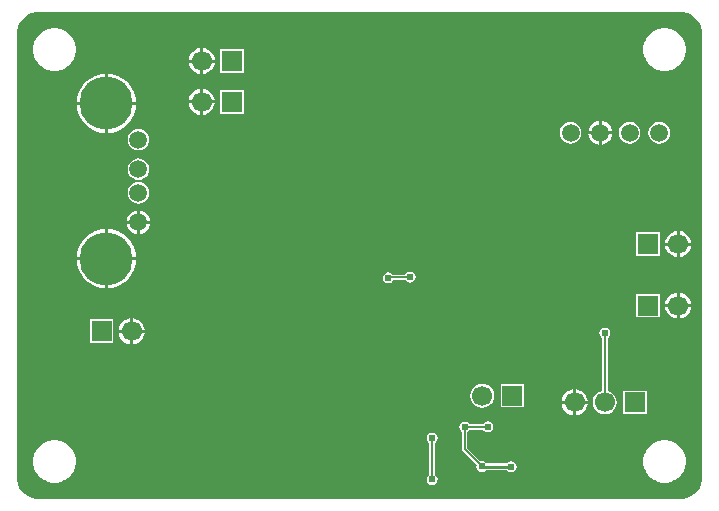
<source format=gbl>
G04*
G04 #@! TF.GenerationSoftware,Altium Limited,Altium Designer,19.1.9 (167)*
G04*
G04 Layer_Physical_Order=2*
G04 Layer_Color=16711680*
%FSLAX25Y25*%
%MOIN*%
G70*
G01*
G75*
%ADD12C,0.00600*%
%ADD15C,0.01000*%
%ADD62C,0.05906*%
%ADD63C,0.17717*%
%ADD64C,0.06693*%
%ADD65R,0.06693X0.06693*%
%ADD66C,0.02400*%
%ADD67C,0.02402*%
G36*
X224440Y162989D02*
X225688Y162472D01*
X226810Y161722D01*
X227765Y160767D01*
X228515Y159644D01*
X229032Y158397D01*
X229295Y157073D01*
Y156398D01*
Y7874D01*
Y7199D01*
X229032Y5875D01*
X228515Y4627D01*
X227765Y3505D01*
X226810Y2550D01*
X225688Y1800D01*
X224440Y1283D01*
X223116Y1020D01*
X7199D01*
X5875Y1283D01*
X4627Y1800D01*
X3505Y2550D01*
X2550Y3505D01*
X1800Y4627D01*
X1283Y5875D01*
X1020Y7199D01*
Y7874D01*
Y156398D01*
Y157073D01*
X1283Y158397D01*
X1800Y159644D01*
X2550Y160767D01*
X3505Y161722D01*
X4627Y162472D01*
X5875Y162989D01*
X7199Y163252D01*
X7874D01*
X222441Y163252D01*
X223116D01*
X224440Y162989D01*
D02*
G37*
%LPC*%
G36*
X63098Y151267D02*
Y147449D01*
X66917D01*
X66833Y148083D01*
X66395Y149141D01*
X65698Y150049D01*
X64790Y150745D01*
X63733Y151183D01*
X63098Y151267D01*
D02*
G37*
G36*
X62098D02*
X61464Y151183D01*
X60407Y150745D01*
X59499Y150049D01*
X58802Y149141D01*
X58364Y148083D01*
X58280Y147449D01*
X62098D01*
Y151267D01*
D02*
G37*
G36*
X217432Y157909D02*
X216230D01*
X216131Y157890D01*
X216031D01*
X214852Y157655D01*
X214759Y157617D01*
X214661Y157597D01*
X213550Y157137D01*
X213467Y157081D01*
X213374Y157043D01*
X212374Y156375D01*
X212303Y156304D01*
X212220Y156248D01*
X211370Y155398D01*
X211314Y155315D01*
X211243Y155244D01*
X210575Y154244D01*
X210537Y154152D01*
X210481Y154068D01*
X210021Y152958D01*
X210001Y152859D01*
X209963Y152766D01*
X209728Y151587D01*
Y151487D01*
X209709Y151388D01*
Y150787D01*
Y150186D01*
X209728Y150088D01*
Y149987D01*
X209963Y148809D01*
X210001Y148716D01*
X210021Y148617D01*
X210481Y147507D01*
X210537Y147423D01*
X210575Y147330D01*
X211243Y146331D01*
X211314Y146260D01*
X211370Y146176D01*
X212220Y145326D01*
X212303Y145271D01*
X212374Y145200D01*
X213374Y144532D01*
X213467Y144493D01*
X213550Y144438D01*
X214661Y143978D01*
X214759Y143958D01*
X214852Y143920D01*
X216031Y143685D01*
X216131D01*
X216230Y143666D01*
X217432D01*
X217530Y143685D01*
X217631D01*
X218810Y143920D01*
X218902Y143958D01*
X219001Y143978D01*
X220111Y144438D01*
X220195Y144493D01*
X220288Y144532D01*
X221287Y145200D01*
X221358Y145271D01*
X221442Y145326D01*
X222292Y146176D01*
X222347Y146260D01*
X222418Y146331D01*
X223086Y147330D01*
X223125Y147423D01*
X223181Y147507D01*
X223640Y148617D01*
X223660Y148716D01*
X223698Y148809D01*
X223933Y149987D01*
Y150088D01*
X223953Y150186D01*
Y150787D01*
Y151388D01*
X223933Y151487D01*
Y151587D01*
X223698Y152766D01*
X223660Y152859D01*
X223640Y152958D01*
X223181Y154068D01*
X223125Y154152D01*
X223086Y154244D01*
X222418Y155244D01*
X222347Y155315D01*
X222292Y155398D01*
X221442Y156248D01*
X221358Y156304D01*
X221287Y156375D01*
X220288Y157043D01*
X220195Y157081D01*
X220111Y157137D01*
X219001Y157597D01*
X218902Y157617D01*
X218810Y157655D01*
X217631Y157890D01*
X217530D01*
X217432Y157909D01*
D02*
G37*
G36*
X14085D02*
X12883D01*
X12785Y157890D01*
X12684D01*
X11505Y157655D01*
X11412Y157617D01*
X11314Y157597D01*
X10204Y157137D01*
X10120Y157081D01*
X10027Y157043D01*
X9028Y156375D01*
X8957Y156304D01*
X8873Y156248D01*
X8023Y155398D01*
X7967Y155315D01*
X7897Y155244D01*
X7229Y154244D01*
X7190Y154152D01*
X7134Y154068D01*
X6674Y152958D01*
X6655Y152859D01*
X6616Y152766D01*
X6382Y151587D01*
Y151487D01*
X6362Y151388D01*
Y150787D01*
Y150186D01*
X6382Y150088D01*
Y149987D01*
X6616Y148809D01*
X6655Y148716D01*
X6674Y148617D01*
X7134Y147507D01*
X7190Y147423D01*
X7229Y147330D01*
X7897Y146331D01*
X7967Y146260D01*
X8023Y146176D01*
X8873Y145326D01*
X8957Y145271D01*
X9028Y145200D01*
X10027Y144532D01*
X10120Y144493D01*
X10204Y144438D01*
X11314Y143978D01*
X11412Y143958D01*
X11505Y143920D01*
X12684Y143685D01*
X12785D01*
X12883Y143666D01*
X14085D01*
X14184Y143685D01*
X14284D01*
X15463Y143920D01*
X15556Y143958D01*
X15654Y143978D01*
X16765Y144438D01*
X16849Y144493D01*
X16941Y144532D01*
X17941Y145200D01*
X18012Y145271D01*
X18095Y145326D01*
X18945Y146176D01*
X19001Y146260D01*
X19072Y146331D01*
X19740Y147330D01*
X19778Y147423D01*
X19834Y147507D01*
X20294Y148617D01*
X20314Y148716D01*
X20352Y148809D01*
X20587Y149987D01*
Y150088D01*
X20606Y150186D01*
Y150787D01*
Y151388D01*
X20587Y151487D01*
Y151587D01*
X20352Y152766D01*
X20314Y152859D01*
X20294Y152958D01*
X19834Y154068D01*
X19778Y154152D01*
X19740Y154244D01*
X19072Y155244D01*
X19001Y155315D01*
X18945Y155398D01*
X18095Y156248D01*
X18012Y156304D01*
X17941Y156375D01*
X16941Y157043D01*
X16849Y157081D01*
X16765Y157137D01*
X15654Y157597D01*
X15556Y157617D01*
X15463Y157655D01*
X14284Y157890D01*
X14184D01*
X14085Y157909D01*
D02*
G37*
G36*
X76545Y150895D02*
X68652D01*
Y143002D01*
X76545D01*
Y150895D01*
D02*
G37*
G36*
X66917Y146449D02*
X63098D01*
Y142631D01*
X63733Y142714D01*
X64790Y143152D01*
X65698Y143849D01*
X66395Y144757D01*
X66833Y145814D01*
X66917Y146449D01*
D02*
G37*
G36*
X62098D02*
X58280D01*
X58364Y145814D01*
X58802Y144757D01*
X59499Y143849D01*
X60407Y143152D01*
X61464Y142714D01*
X62098Y142631D01*
Y146449D01*
D02*
G37*
G36*
X63063Y137661D02*
Y133843D01*
X66881D01*
X66798Y134477D01*
X66360Y135535D01*
X65663Y136442D01*
X64755Y137139D01*
X63698Y137577D01*
X63063Y137661D01*
D02*
G37*
G36*
X62063D02*
X61428Y137577D01*
X60371Y137139D01*
X59463Y136442D01*
X58766Y135535D01*
X58328Y134477D01*
X58245Y133843D01*
X62063D01*
Y137661D01*
D02*
G37*
G36*
X31307Y142691D02*
Y133335D01*
X40664D01*
X40523Y134767D01*
X39959Y136626D01*
X39044Y138338D01*
X37812Y139839D01*
X36311Y141071D01*
X34598Y141987D01*
X32740Y142550D01*
X31307Y142691D01*
D02*
G37*
G36*
X30307Y142691D02*
X28874Y142550D01*
X27016Y141987D01*
X25304Y141071D01*
X23802Y139839D01*
X22571Y138338D01*
X21655Y136626D01*
X21091Y134767D01*
X20950Y133335D01*
X30307D01*
Y142691D01*
D02*
G37*
G36*
X76509Y137289D02*
X68617D01*
Y129396D01*
X76509D01*
Y137289D01*
D02*
G37*
G36*
X66881Y132843D02*
X63063D01*
Y129024D01*
X63698Y129108D01*
X64755Y129546D01*
X65663Y130243D01*
X66360Y131150D01*
X66798Y132208D01*
X66881Y132843D01*
D02*
G37*
G36*
X62063D02*
X58245D01*
X58328Y132208D01*
X58766Y131150D01*
X59463Y130243D01*
X60371Y129546D01*
X61428Y129108D01*
X62063Y129024D01*
Y132843D01*
D02*
G37*
G36*
X195874Y126953D02*
Y123531D01*
X199295D01*
X199225Y124063D01*
X198827Y125025D01*
X198193Y125851D01*
X197367Y126484D01*
X196406Y126883D01*
X195874Y126953D01*
D02*
G37*
G36*
X194874Y126953D02*
X194342Y126883D01*
X193381Y126484D01*
X192555Y125851D01*
X191921Y125025D01*
X191523Y124063D01*
X191453Y123531D01*
X194874D01*
Y126953D01*
D02*
G37*
G36*
X40664Y132335D02*
X31307D01*
Y122978D01*
X32740Y123119D01*
X34598Y123683D01*
X36311Y124598D01*
X37812Y125830D01*
X39044Y127331D01*
X39959Y129044D01*
X40523Y130902D01*
X40664Y132335D01*
D02*
G37*
G36*
X30307D02*
X20950D01*
X21091Y130902D01*
X21655Y129044D01*
X22571Y127331D01*
X23802Y125830D01*
X25304Y124598D01*
X27016Y123683D01*
X28874Y123119D01*
X30307Y122978D01*
Y132335D01*
D02*
G37*
G36*
X215059Y126615D02*
X214132Y126493D01*
X213267Y126135D01*
X212525Y125565D01*
X211956Y124823D01*
X211598Y123959D01*
X211476Y123031D01*
X211598Y122104D01*
X211956Y121240D01*
X212525Y120498D01*
X213267Y119928D01*
X214132Y119570D01*
X215059Y119448D01*
X215986Y119570D01*
X216851Y119928D01*
X217593Y120498D01*
X218162Y121240D01*
X218520Y122104D01*
X218642Y123031D01*
X218520Y123959D01*
X218162Y124823D01*
X217593Y125565D01*
X216851Y126135D01*
X215986Y126493D01*
X215059Y126615D01*
D02*
G37*
G36*
X205217D02*
X204289Y126493D01*
X203425Y126135D01*
X202683Y125565D01*
X202113Y124823D01*
X201755Y123959D01*
X201633Y123031D01*
X201755Y122104D01*
X202113Y121240D01*
X202683Y120498D01*
X203425Y119928D01*
X204289Y119570D01*
X205217Y119448D01*
X206144Y119570D01*
X207008Y119928D01*
X207750Y120498D01*
X208320Y121240D01*
X208678Y122104D01*
X208800Y123031D01*
X208678Y123959D01*
X208320Y124823D01*
X207750Y125565D01*
X207008Y126135D01*
X206144Y126493D01*
X205217Y126615D01*
D02*
G37*
G36*
X185531D02*
X184604Y126493D01*
X183740Y126135D01*
X182998Y125565D01*
X182428Y124823D01*
X182070Y123959D01*
X181948Y123031D01*
X182070Y122104D01*
X182428Y121240D01*
X182998Y120498D01*
X183740Y119928D01*
X184604Y119570D01*
X185531Y119448D01*
X186459Y119570D01*
X187323Y119928D01*
X188065Y120498D01*
X188635Y121240D01*
X188993Y122104D01*
X189115Y123031D01*
X188993Y123959D01*
X188635Y124823D01*
X188065Y125565D01*
X187323Y126135D01*
X186459Y126493D01*
X185531Y126615D01*
D02*
G37*
G36*
X194874Y122531D02*
X191453D01*
X191523Y122000D01*
X191921Y121038D01*
X192555Y120212D01*
X193381Y119579D01*
X194342Y119181D01*
X194874Y119111D01*
Y122531D01*
D02*
G37*
G36*
X199295D02*
X195874D01*
Y119111D01*
X196406Y119181D01*
X197367Y119579D01*
X198193Y120212D01*
X198827Y121038D01*
X199225Y122000D01*
X199295Y122531D01*
D02*
G37*
G36*
X41476Y124331D02*
X40549Y124209D01*
X39685Y123851D01*
X38943Y123282D01*
X38373Y122540D01*
X38015Y121676D01*
X37893Y120748D01*
X38015Y119821D01*
X38373Y118956D01*
X38943Y118214D01*
X39685Y117645D01*
X40549Y117287D01*
X41476Y117165D01*
X42404Y117287D01*
X43268Y117645D01*
X44010Y118214D01*
X44580Y118956D01*
X44938Y119821D01*
X45060Y120748D01*
X44938Y121676D01*
X44580Y122540D01*
X44010Y123282D01*
X43268Y123851D01*
X42404Y124209D01*
X41476Y124331D01*
D02*
G37*
G36*
Y114489D02*
X40549Y114367D01*
X39685Y114009D01*
X38943Y113439D01*
X38373Y112697D01*
X38015Y111833D01*
X37893Y110906D01*
X38015Y109978D01*
X38373Y109114D01*
X38943Y108372D01*
X39685Y107802D01*
X40549Y107444D01*
X41476Y107322D01*
X42404Y107444D01*
X43268Y107802D01*
X44010Y108372D01*
X44580Y109114D01*
X44938Y109978D01*
X45060Y110906D01*
X44938Y111833D01*
X44580Y112697D01*
X44010Y113439D01*
X43268Y114009D01*
X42404Y114367D01*
X41476Y114489D01*
D02*
G37*
G36*
Y106615D02*
X40549Y106493D01*
X39685Y106135D01*
X38943Y105565D01*
X38373Y104823D01*
X38015Y103959D01*
X37893Y103032D01*
X38015Y102104D01*
X38373Y101240D01*
X38943Y100498D01*
X39685Y99928D01*
X40549Y99570D01*
X41476Y99448D01*
X42404Y99570D01*
X43268Y99928D01*
X44010Y100498D01*
X44580Y101240D01*
X44938Y102104D01*
X45060Y103032D01*
X44938Y103959D01*
X44580Y104823D01*
X44010Y105565D01*
X43268Y106135D01*
X42404Y106493D01*
X41476Y106615D01*
D02*
G37*
G36*
X41976Y97110D02*
Y93689D01*
X45397D01*
X45327Y94221D01*
X44929Y95182D01*
X44295Y96008D01*
X43470Y96642D01*
X42508Y97040D01*
X41976Y97110D01*
D02*
G37*
G36*
X40976D02*
X40444Y97040D01*
X39483Y96642D01*
X38657Y96008D01*
X38024Y95182D01*
X37625Y94221D01*
X37555Y93689D01*
X40976D01*
Y97110D01*
D02*
G37*
G36*
X45397Y92689D02*
X41976D01*
Y89268D01*
X42508Y89338D01*
X43470Y89736D01*
X44295Y90370D01*
X44929Y91195D01*
X45327Y92157D01*
X45397Y92689D01*
D02*
G37*
G36*
X40976D02*
X37555D01*
X37625Y92157D01*
X38024Y91195D01*
X38657Y90370D01*
X39483Y89736D01*
X40444Y89338D01*
X40976Y89268D01*
Y92689D01*
D02*
G37*
G36*
X221858Y90243D02*
Y86425D01*
X225676D01*
X225593Y87060D01*
X225155Y88117D01*
X224458Y89025D01*
X223550Y89722D01*
X222493Y90160D01*
X221858Y90243D01*
D02*
G37*
G36*
X220858D02*
X220224Y90160D01*
X219166Y89722D01*
X218258Y89025D01*
X217562Y88117D01*
X217124Y87060D01*
X217040Y86425D01*
X220858D01*
Y90243D01*
D02*
G37*
G36*
X215305Y89872D02*
X207412D01*
Y81979D01*
X215305D01*
Y89872D01*
D02*
G37*
G36*
X225676Y85425D02*
X221858D01*
Y81607D01*
X222493Y81691D01*
X223550Y82129D01*
X224458Y82825D01*
X225155Y83733D01*
X225593Y84790D01*
X225676Y85425D01*
D02*
G37*
G36*
X220858D02*
X217040D01*
X217124Y84790D01*
X217562Y83733D01*
X218258Y82825D01*
X219166Y82129D01*
X220224Y81691D01*
X220858Y81607D01*
Y85425D01*
D02*
G37*
G36*
X31307Y90959D02*
Y81602D01*
X40664D01*
X40523Y83035D01*
X39959Y84893D01*
X39044Y86606D01*
X37812Y88107D01*
X36311Y89339D01*
X34598Y90254D01*
X32740Y90818D01*
X31307Y90959D01*
D02*
G37*
G36*
X30307Y90959D02*
X28874Y90818D01*
X27016Y90254D01*
X25304Y89339D01*
X23802Y88107D01*
X22571Y86606D01*
X21655Y84893D01*
X21091Y83035D01*
X20950Y81602D01*
X30307D01*
Y90959D01*
D02*
G37*
G36*
X132087Y76737D02*
X131384Y76597D01*
X130789Y76199D01*
X130469Y75721D01*
X126289D01*
X126101Y76002D01*
X125505Y76400D01*
X124803Y76540D01*
X124101Y76400D01*
X123505Y76002D01*
X123108Y75407D01*
X122968Y74705D01*
X123108Y74002D01*
X123505Y73407D01*
X124101Y73009D01*
X124803Y72869D01*
X125505Y73009D01*
X126101Y73407D01*
X126421Y73886D01*
X130601D01*
X130789Y73604D01*
X131384Y73206D01*
X132087Y73066D01*
X132789Y73206D01*
X133384Y73604D01*
X133782Y74199D01*
X133922Y74902D01*
X133782Y75604D01*
X133384Y76199D01*
X132789Y76597D01*
X132087Y76737D01*
D02*
G37*
G36*
X40664Y80602D02*
X31307D01*
Y71246D01*
X32740Y71387D01*
X34598Y71950D01*
X36311Y72866D01*
X37812Y74098D01*
X39044Y75599D01*
X39959Y77311D01*
X40523Y79170D01*
X40664Y80602D01*
D02*
G37*
G36*
X30307D02*
X20950D01*
X21091Y79170D01*
X21655Y77311D01*
X22571Y75599D01*
X23802Y74098D01*
X25304Y72866D01*
X27016Y71950D01*
X28874Y71387D01*
X30307Y71246D01*
Y80602D01*
D02*
G37*
G36*
X221858Y69771D02*
Y65953D01*
X225676D01*
X225593Y66587D01*
X225155Y67645D01*
X224458Y68553D01*
X223550Y69249D01*
X222493Y69687D01*
X221858Y69771D01*
D02*
G37*
G36*
X220858D02*
X220224Y69687D01*
X219166Y69249D01*
X218258Y68553D01*
X217562Y67645D01*
X217124Y66587D01*
X217040Y65953D01*
X220858D01*
Y69771D01*
D02*
G37*
G36*
X215305Y69399D02*
X207412D01*
Y61506D01*
X215305D01*
Y69399D01*
D02*
G37*
G36*
X225676Y64953D02*
X221858D01*
Y61135D01*
X222493Y61218D01*
X223550Y61656D01*
X224458Y62353D01*
X225155Y63261D01*
X225593Y64318D01*
X225676Y64953D01*
D02*
G37*
G36*
X220858D02*
X217040D01*
X217124Y64318D01*
X217562Y63261D01*
X218258Y62353D01*
X219166Y61656D01*
X220224Y61218D01*
X220858Y61135D01*
Y64953D01*
D02*
G37*
G36*
X39673Y61208D02*
Y57390D01*
X43491D01*
X43408Y58024D01*
X42970Y59082D01*
X42273Y59990D01*
X41365Y60686D01*
X40308Y61124D01*
X39673Y61208D01*
D02*
G37*
G36*
X38673D02*
X38039Y61124D01*
X36981Y60686D01*
X36073Y59990D01*
X35377Y59082D01*
X34939Y58024D01*
X34855Y57390D01*
X38673D01*
Y61208D01*
D02*
G37*
G36*
X33120Y60836D02*
X25227D01*
Y52943D01*
X33120D01*
Y60836D01*
D02*
G37*
G36*
X43491Y56390D02*
X39673D01*
Y52572D01*
X40308Y52655D01*
X41365Y53093D01*
X42273Y53790D01*
X42970Y54698D01*
X43408Y55755D01*
X43491Y56390D01*
D02*
G37*
G36*
X38673D02*
X34855D01*
X34939Y55755D01*
X35377Y54698D01*
X36073Y53790D01*
X36981Y53093D01*
X38039Y52655D01*
X38673Y52572D01*
Y56390D01*
D02*
G37*
G36*
X187402Y37472D02*
Y33654D01*
X191220D01*
X191136Y34288D01*
X190698Y35346D01*
X190001Y36253D01*
X189094Y36950D01*
X188036Y37388D01*
X187402Y37472D01*
D02*
G37*
G36*
X186402D02*
X185767Y37388D01*
X184710Y36950D01*
X183802Y36253D01*
X183105Y35346D01*
X182667Y34288D01*
X182583Y33654D01*
X186402D01*
Y37472D01*
D02*
G37*
G36*
X170049Y39380D02*
X162156D01*
Y31487D01*
X170049D01*
Y39380D01*
D02*
G37*
G36*
X156102Y39414D02*
X155072Y39278D01*
X154112Y38880D01*
X153288Y38248D01*
X152655Y37423D01*
X152258Y36463D01*
X152122Y35433D01*
X152258Y34403D01*
X152655Y33443D01*
X153288Y32618D01*
X154112Y31986D01*
X155072Y31588D01*
X156102Y31453D01*
X157133Y31588D01*
X158093Y31986D01*
X158917Y32618D01*
X159550Y33443D01*
X159947Y34403D01*
X160083Y35433D01*
X159947Y36463D01*
X159550Y37423D01*
X158917Y38248D01*
X158093Y38880D01*
X157133Y39278D01*
X156102Y39414D01*
D02*
G37*
G36*
X210848Y37100D02*
X202955D01*
Y29207D01*
X210848D01*
Y37100D01*
D02*
G37*
G36*
X196949Y58036D02*
X196247Y57896D01*
X195651Y57499D01*
X195253Y56903D01*
X195114Y56201D01*
X195253Y55498D01*
X195651Y54903D01*
X196008Y54665D01*
Y37016D01*
X195871Y36998D01*
X194911Y36601D01*
X194087Y35968D01*
X193454Y35144D01*
X193057Y34184D01*
X192921Y33154D01*
X193057Y32123D01*
X193454Y31163D01*
X194087Y30339D01*
X194911Y29706D01*
X195871Y29309D01*
X196902Y29173D01*
X197932Y29309D01*
X198892Y29706D01*
X199716Y30339D01*
X200349Y31163D01*
X200746Y32123D01*
X200882Y33154D01*
X200746Y34184D01*
X200349Y35144D01*
X199716Y35968D01*
X198892Y36601D01*
X197932Y36998D01*
X197843Y37010D01*
Y54633D01*
X198247Y54903D01*
X198644Y55498D01*
X198784Y56201D01*
X198644Y56903D01*
X198247Y57499D01*
X197651Y57896D01*
X196949Y58036D01*
D02*
G37*
G36*
X191220Y32653D02*
X187402D01*
Y28835D01*
X188036Y28919D01*
X189094Y29357D01*
X190001Y30054D01*
X190698Y30962D01*
X191136Y32019D01*
X191220Y32653D01*
D02*
G37*
G36*
X186402D02*
X182583D01*
X182667Y32019D01*
X183105Y30962D01*
X183802Y30054D01*
X184710Y29357D01*
X185767Y28919D01*
X186402Y28835D01*
Y32653D01*
D02*
G37*
G36*
X157972Y26835D02*
X157270Y26696D01*
X156675Y26298D01*
X156388Y25868D01*
X151716D01*
X151495Y26199D01*
X150899Y26597D01*
X150197Y26737D01*
X149495Y26597D01*
X148899Y26199D01*
X148501Y25604D01*
X148362Y24902D01*
X148501Y24199D01*
X148899Y23604D01*
X149279Y23350D01*
Y17520D01*
X149349Y17168D01*
X149548Y16871D01*
X154159Y12259D01*
X154070Y11811D01*
X154210Y11109D01*
X154608Y10513D01*
X155203Y10115D01*
X155905Y9976D01*
X156608Y10115D01*
X157203Y10513D01*
X157288Y10640D01*
X164300D01*
X164450Y10415D01*
X165046Y10017D01*
X165748Y9877D01*
X166450Y10017D01*
X167046Y10415D01*
X167444Y11010D01*
X167583Y11713D01*
X167444Y12415D01*
X167046Y13010D01*
X166450Y13408D01*
X165748Y13548D01*
X165046Y13408D01*
X164450Y13010D01*
X164365Y12883D01*
X157354D01*
X157203Y13109D01*
X156608Y13507D01*
X155905Y13646D01*
X155457Y13557D01*
X151114Y17900D01*
Y23350D01*
X151495Y23604D01*
X151781Y24033D01*
X156454D01*
X156675Y23702D01*
X157270Y23304D01*
X157972Y23165D01*
X158675Y23304D01*
X159270Y23702D01*
X159668Y24298D01*
X159808Y25000D01*
X159668Y25702D01*
X159270Y26298D01*
X158675Y26696D01*
X157972Y26835D01*
D02*
G37*
G36*
X217432Y20606D02*
X216230D01*
X216131Y20587D01*
X216031D01*
X214852Y20352D01*
X214759Y20314D01*
X214661Y20294D01*
X213550Y19834D01*
X213467Y19778D01*
X213374Y19740D01*
X212374Y19072D01*
X212303Y19001D01*
X212220Y18945D01*
X211370Y18095D01*
X211314Y18012D01*
X211243Y17941D01*
X210575Y16941D01*
X210537Y16849D01*
X210481Y16765D01*
X210021Y15654D01*
X210001Y15556D01*
X209963Y15463D01*
X209728Y14284D01*
Y14184D01*
X209709Y14085D01*
Y13484D01*
Y12883D01*
X209728Y12785D01*
Y12684D01*
X209963Y11505D01*
X210001Y11413D01*
X210021Y11314D01*
X210481Y10204D01*
X210537Y10120D01*
X210575Y10027D01*
X211243Y9028D01*
X211314Y8957D01*
X211370Y8873D01*
X212220Y8023D01*
X212303Y7967D01*
X212374Y7897D01*
X213374Y7229D01*
X213467Y7190D01*
X213550Y7134D01*
X214661Y6674D01*
X214759Y6655D01*
X214852Y6616D01*
X216031Y6382D01*
X216131D01*
X216230Y6362D01*
X217432D01*
X217530Y6382D01*
X217631D01*
X218810Y6616D01*
X218902Y6655D01*
X219001Y6674D01*
X220111Y7134D01*
X220195Y7190D01*
X220288Y7229D01*
X221287Y7897D01*
X221358Y7967D01*
X221442Y8023D01*
X222292Y8873D01*
X222347Y8957D01*
X222418Y9028D01*
X223086Y10027D01*
X223125Y10120D01*
X223181Y10204D01*
X223640Y11314D01*
X223660Y11413D01*
X223698Y11505D01*
X223933Y12684D01*
Y12785D01*
X223953Y12883D01*
Y13484D01*
Y14085D01*
X223933Y14184D01*
Y14284D01*
X223698Y15463D01*
X223660Y15556D01*
X223640Y15654D01*
X223181Y16765D01*
X223125Y16849D01*
X223086Y16941D01*
X222418Y17941D01*
X222347Y18012D01*
X222292Y18095D01*
X221442Y18945D01*
X221358Y19001D01*
X221287Y19072D01*
X220288Y19740D01*
X220195Y19778D01*
X220111Y19834D01*
X219001Y20294D01*
X218902Y20314D01*
X218810Y20352D01*
X217631Y20587D01*
X217530D01*
X217432Y20606D01*
D02*
G37*
G36*
X14085D02*
X12883D01*
X12785Y20587D01*
X12684D01*
X11505Y20352D01*
X11412Y20314D01*
X11314Y20294D01*
X10204Y19834D01*
X10120Y19778D01*
X10027Y19740D01*
X9028Y19072D01*
X8957Y19001D01*
X8873Y18945D01*
X8023Y18095D01*
X7967Y18012D01*
X7897Y17941D01*
X7229Y16941D01*
X7190Y16849D01*
X7134Y16765D01*
X6674Y15654D01*
X6655Y15556D01*
X6616Y15463D01*
X6382Y14284D01*
Y14184D01*
X6362Y14085D01*
Y13484D01*
Y12883D01*
X6382Y12785D01*
Y12684D01*
X6616Y11505D01*
X6655Y11413D01*
X6674Y11314D01*
X7134Y10204D01*
X7190Y10120D01*
X7229Y10027D01*
X7897Y9028D01*
X7967Y8957D01*
X8023Y8873D01*
X8873Y8023D01*
X8957Y7967D01*
X9028Y7897D01*
X10027Y7229D01*
X10120Y7190D01*
X10204Y7134D01*
X11314Y6674D01*
X11412Y6655D01*
X11505Y6616D01*
X12684Y6382D01*
X12785D01*
X12883Y6362D01*
X14085D01*
X14184Y6382D01*
X14284D01*
X15463Y6616D01*
X15556Y6655D01*
X15654Y6674D01*
X16765Y7134D01*
X16849Y7190D01*
X16941Y7229D01*
X17941Y7897D01*
X18012Y7967D01*
X18095Y8023D01*
X18945Y8873D01*
X19001Y8957D01*
X19072Y9028D01*
X19740Y10027D01*
X19778Y10120D01*
X19834Y10204D01*
X20294Y11314D01*
X20314Y11413D01*
X20352Y11505D01*
X20587Y12684D01*
Y12785D01*
X20606Y12883D01*
Y13484D01*
Y14085D01*
X20587Y14184D01*
Y14284D01*
X20352Y15463D01*
X20314Y15556D01*
X20294Y15654D01*
X19834Y16765D01*
X19778Y16849D01*
X19740Y16941D01*
X19072Y17941D01*
X19001Y18012D01*
X18945Y18095D01*
X18095Y18945D01*
X18012Y19001D01*
X17941Y19072D01*
X16941Y19740D01*
X16849Y19778D01*
X16765Y19834D01*
X15654Y20294D01*
X15556Y20314D01*
X15463Y20352D01*
X14284Y20587D01*
X14184D01*
X14085Y20606D01*
D02*
G37*
G36*
X139370Y23095D02*
X138668Y22955D01*
X138072Y22558D01*
X137674Y21962D01*
X137535Y21260D01*
X137674Y20558D01*
X138072Y19962D01*
X138452Y19708D01*
Y9032D01*
X138072Y8778D01*
X137674Y8183D01*
X137535Y7480D01*
X137674Y6778D01*
X138072Y6183D01*
X138668Y5785D01*
X139370Y5645D01*
X140072Y5785D01*
X140668Y6183D01*
X141066Y6778D01*
X141205Y7480D01*
X141066Y8183D01*
X140668Y8778D01*
X140288Y9032D01*
Y19708D01*
X140668Y19962D01*
X141066Y20558D01*
X141205Y21260D01*
X141066Y21962D01*
X140668Y22558D01*
X140072Y22955D01*
X139370Y23095D01*
D02*
G37*
%LPD*%
D12*
X150197Y17520D02*
X155905Y11811D01*
X150197Y17520D02*
Y24902D01*
X157923Y24951D02*
X157972Y25000D01*
X150246Y24951D02*
X157923D01*
X150197Y24902D02*
X150246Y24951D01*
X131988Y74803D02*
X132087Y74902D01*
X124902Y74803D02*
X131988D01*
X124803Y74705D02*
X124902Y74803D01*
X139370Y7480D02*
Y21260D01*
X196925Y56177D02*
X196949Y56201D01*
X196925Y33177D02*
Y56177D01*
X196902Y33154D02*
X196925Y33177D01*
D15*
X165699Y11762D02*
X165748Y11713D01*
X155955Y11762D02*
X165699D01*
X155905Y11811D02*
X155955Y11762D01*
D62*
X41476Y120748D02*
D03*
Y110906D02*
D03*
Y103032D02*
D03*
Y93189D02*
D03*
X185531Y123031D02*
D03*
X195374D02*
D03*
X205217D02*
D03*
X215059D02*
D03*
D63*
X30807Y132835D02*
D03*
Y81102D02*
D03*
D64*
X39173Y56890D02*
D03*
X62598Y146949D02*
D03*
X62563Y133343D02*
D03*
X221358Y65453D02*
D03*
X196902Y33154D02*
D03*
X186902D02*
D03*
X156102Y35433D02*
D03*
X221358Y85925D02*
D03*
D65*
X29173Y56890D02*
D03*
X72598Y146949D02*
D03*
X72563Y133343D02*
D03*
X211358Y65453D02*
D03*
X206902Y33154D02*
D03*
X166102Y35433D02*
D03*
X211358Y85925D02*
D03*
D66*
X132087Y74902D02*
D03*
X224803Y102657D02*
D03*
Y79035D02*
D03*
Y55413D02*
D03*
Y31791D02*
D03*
X212992Y79035D02*
D03*
X218898Y43602D02*
D03*
X212992Y31791D02*
D03*
X207086Y161713D02*
D03*
X201181Y149901D02*
D03*
X207086Y138091D02*
D03*
X201181Y126279D02*
D03*
Y8169D02*
D03*
X195275Y161713D02*
D03*
X189370Y149901D02*
D03*
X195275Y138091D02*
D03*
Y114468D02*
D03*
X189370Y102657D02*
D03*
Y79035D02*
D03*
Y55413D02*
D03*
Y8169D02*
D03*
X183465Y161713D02*
D03*
X177559Y149901D02*
D03*
X183465Y138091D02*
D03*
Y114468D02*
D03*
Y90846D02*
D03*
X177559Y79035D02*
D03*
X183465Y67224D02*
D03*
X177559Y31791D02*
D03*
X183465Y19980D02*
D03*
X177559Y8169D02*
D03*
X171653Y161713D02*
D03*
X165748Y149901D02*
D03*
X171653Y138091D02*
D03*
X165748Y126279D02*
D03*
X171653Y114468D02*
D03*
X165748Y79035D02*
D03*
X171653Y43602D02*
D03*
X165748Y8169D02*
D03*
X159842Y161713D02*
D03*
X153937Y149901D02*
D03*
X159842Y138091D02*
D03*
Y67224D02*
D03*
X153937Y55413D02*
D03*
X159842Y43602D02*
D03*
Y19980D02*
D03*
X148031Y161713D02*
D03*
X142126Y149901D02*
D03*
X148031Y138091D02*
D03*
X142126Y102657D02*
D03*
X148031Y67224D02*
D03*
X142126Y55413D02*
D03*
X148031Y43602D02*
D03*
X142126Y31791D02*
D03*
X136220Y161713D02*
D03*
X130315Y149901D02*
D03*
X136220Y138091D02*
D03*
X130315Y126279D02*
D03*
Y102657D02*
D03*
X136220Y90846D02*
D03*
Y67224D02*
D03*
Y43602D02*
D03*
X130315Y8169D02*
D03*
X124409Y161713D02*
D03*
X118504Y149901D02*
D03*
X124409Y138091D02*
D03*
X118504Y126279D02*
D03*
X124409Y114468D02*
D03*
X118504Y102657D02*
D03*
X124409Y43602D02*
D03*
X118504Y8169D02*
D03*
X112598Y161713D02*
D03*
X106693Y149901D02*
D03*
X112598Y138091D02*
D03*
Y114468D02*
D03*
X106693Y102657D02*
D03*
X112598Y90846D02*
D03*
Y67224D02*
D03*
X106693Y31791D02*
D03*
Y8169D02*
D03*
X100787Y161713D02*
D03*
Y67224D02*
D03*
X94882Y55413D02*
D03*
Y8169D02*
D03*
X88976Y161713D02*
D03*
Y67224D02*
D03*
X83071Y55413D02*
D03*
X88976Y43602D02*
D03*
X83071Y31791D02*
D03*
X88976Y19980D02*
D03*
X83071Y8169D02*
D03*
X77165Y161713D02*
D03*
Y67224D02*
D03*
Y43602D02*
D03*
X71260Y31791D02*
D03*
X77165Y19980D02*
D03*
X71260Y8169D02*
D03*
X65354Y161713D02*
D03*
Y43602D02*
D03*
X59449Y31791D02*
D03*
X65354Y19980D02*
D03*
X59449Y8169D02*
D03*
X53543Y161713D02*
D03*
X47638Y149901D02*
D03*
X53543Y138091D02*
D03*
Y43602D02*
D03*
X47638Y31791D02*
D03*
Y8169D02*
D03*
X41732Y161713D02*
D03*
X35827Y149901D02*
D03*
X41732Y138091D02*
D03*
Y43602D02*
D03*
X35827Y31791D02*
D03*
X41732Y19980D02*
D03*
X35827Y8169D02*
D03*
X29921Y161713D02*
D03*
Y43602D02*
D03*
X24016Y31791D02*
D03*
X29921Y19980D02*
D03*
X157972Y25000D02*
D03*
X150197Y24902D02*
D03*
X106201Y90059D02*
D03*
X93898Y86614D02*
D03*
X19980Y32382D02*
D03*
Y56890D02*
D03*
X30118Y27264D02*
D03*
X165748Y11713D02*
D03*
X155905Y11811D02*
D03*
X124803Y74705D02*
D03*
X127854Y27854D02*
D03*
X177657Y56299D02*
D03*
X177559Y59744D02*
D03*
X168012Y56299D02*
D03*
Y59842D02*
D03*
X74803Y57087D02*
D03*
Y60433D02*
D03*
X65256Y56890D02*
D03*
Y60433D02*
D03*
X117028Y44291D02*
D03*
X97441Y40650D02*
D03*
X119783Y81791D02*
D03*
Y89173D02*
D03*
X119685Y85433D02*
D03*
X116535Y58957D02*
D03*
X117126Y52461D02*
D03*
X123425Y57382D02*
D03*
X89370Y27264D02*
D03*
X114469Y84153D02*
D03*
X146457Y24803D02*
D03*
X139370Y21260D02*
D03*
Y7480D02*
D03*
X196949Y56201D02*
D03*
D67*
X5906Y25295D02*
D03*
Y63779D02*
D03*
M02*

</source>
